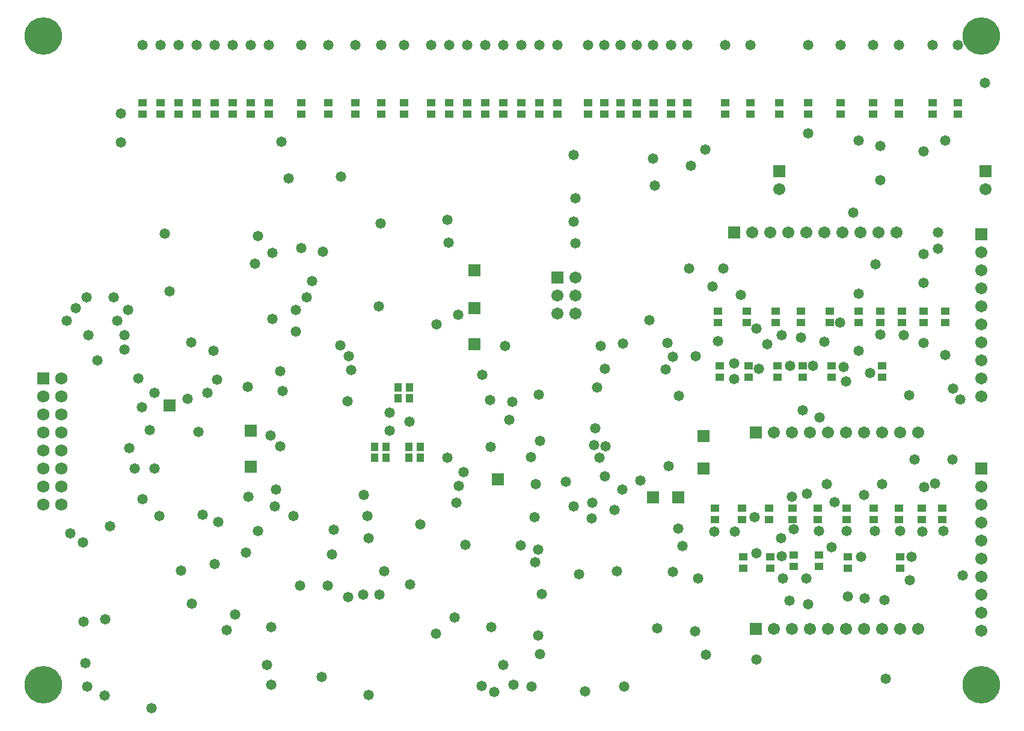
<source format=gbs>
G04*
G04 #@! TF.GenerationSoftware,Altium Limited,Altium Designer,22.3.1 (43)*
G04*
G04 Layer_Color=16711935*
%FSLAX25Y25*%
%MOIN*%
G70*
G04*
G04 #@! TF.SameCoordinates,60FF7B14-72D9-4FEE-8752-AF75FF6C3092*
G04*
G04*
G04 #@! TF.FilePolarity,Negative*
G04*
G01*
G75*
%ADD24R,0.03950X0.04540*%
%ADD26R,0.04540X0.03950*%
%ADD31R,0.06706X0.06706*%
%ADD32C,0.06706*%
%ADD33R,0.06706X0.06706*%
%ADD34C,0.06800*%
%ADD35R,0.06800X0.06800*%
%ADD36C,0.20800*%
%ADD37C,0.05800*%
D24*
X223150Y179000D02*
D03*
X216850D02*
D03*
Y185000D02*
D03*
X223150D02*
D03*
X203850Y152000D02*
D03*
X210150D02*
D03*
X203850Y146000D02*
D03*
X210150D02*
D03*
X229150Y152000D02*
D03*
X222850D02*
D03*
X229150Y146000D02*
D03*
X222850D02*
D03*
D26*
X527000Y336850D02*
D03*
Y343150D02*
D03*
X513000D02*
D03*
Y336850D02*
D03*
X494500D02*
D03*
Y343150D02*
D03*
X480000Y336850D02*
D03*
Y343150D02*
D03*
X444000Y336850D02*
D03*
Y343150D02*
D03*
X462000Y336850D02*
D03*
Y343150D02*
D03*
X428000Y336850D02*
D03*
Y343150D02*
D03*
X398000Y336850D02*
D03*
Y343150D02*
D03*
X412000Y336850D02*
D03*
Y343150D02*
D03*
X358500Y336850D02*
D03*
Y343150D02*
D03*
X377000Y336850D02*
D03*
Y343150D02*
D03*
X368000Y336850D02*
D03*
Y343150D02*
D03*
X349000Y336850D02*
D03*
Y343150D02*
D03*
X331000Y336850D02*
D03*
Y343150D02*
D03*
X322000Y336850D02*
D03*
Y343150D02*
D03*
X340000Y336850D02*
D03*
Y343150D02*
D03*
X245000Y336850D02*
D03*
Y343150D02*
D03*
X265000Y336850D02*
D03*
Y343150D02*
D03*
X255000Y336850D02*
D03*
Y343150D02*
D03*
X275000Y336850D02*
D03*
Y343150D02*
D03*
X305000Y336850D02*
D03*
Y343150D02*
D03*
X295000Y336850D02*
D03*
Y343150D02*
D03*
X285000Y336850D02*
D03*
Y343150D02*
D03*
X235000Y336850D02*
D03*
Y343150D02*
D03*
X163000Y336850D02*
D03*
Y343150D02*
D03*
X220000Y336850D02*
D03*
Y343150D02*
D03*
X178000D02*
D03*
Y336850D02*
D03*
X193000D02*
D03*
Y343150D02*
D03*
X207500Y336850D02*
D03*
Y343150D02*
D03*
X145000Y336850D02*
D03*
Y343150D02*
D03*
X135000Y336850D02*
D03*
Y343150D02*
D03*
X125000Y336850D02*
D03*
Y343150D02*
D03*
X115000Y336850D02*
D03*
Y343150D02*
D03*
X75000Y336850D02*
D03*
Y343150D02*
D03*
X105000Y336850D02*
D03*
Y343150D02*
D03*
X95000Y336850D02*
D03*
Y343150D02*
D03*
X85000Y336850D02*
D03*
Y343150D02*
D03*
X466000Y91150D02*
D03*
Y84850D02*
D03*
X436000Y92150D02*
D03*
Y85850D02*
D03*
X408000Y91150D02*
D03*
Y84850D02*
D03*
X423000Y91150D02*
D03*
Y84850D02*
D03*
X495000D02*
D03*
Y91150D02*
D03*
X450000Y92150D02*
D03*
Y85850D02*
D03*
X457000Y197150D02*
D03*
Y190850D02*
D03*
X485000D02*
D03*
Y197150D02*
D03*
X395000D02*
D03*
Y190850D02*
D03*
X441000Y197150D02*
D03*
Y190850D02*
D03*
X427000Y197150D02*
D03*
Y190850D02*
D03*
X411000Y197150D02*
D03*
Y190850D02*
D03*
X480575Y118150D02*
D03*
Y111850D02*
D03*
X465575Y118150D02*
D03*
Y111850D02*
D03*
X518575Y118150D02*
D03*
Y111850D02*
D03*
X494575Y118150D02*
D03*
Y111850D02*
D03*
X507075Y118150D02*
D03*
Y111850D02*
D03*
X407575Y118150D02*
D03*
Y111850D02*
D03*
X449575Y118150D02*
D03*
Y111850D02*
D03*
X435575Y118150D02*
D03*
Y111850D02*
D03*
X422575Y118150D02*
D03*
Y111850D02*
D03*
X392575Y118150D02*
D03*
Y111850D02*
D03*
X496000Y227550D02*
D03*
Y221250D02*
D03*
X484000Y227550D02*
D03*
Y221250D02*
D03*
X508000Y227550D02*
D03*
Y221250D02*
D03*
X520000Y227550D02*
D03*
Y221250D02*
D03*
X394000Y227550D02*
D03*
Y221250D02*
D03*
X426000Y227550D02*
D03*
Y221250D02*
D03*
X410000Y227550D02*
D03*
Y221250D02*
D03*
X440000Y227550D02*
D03*
Y221250D02*
D03*
X456000Y227550D02*
D03*
Y221250D02*
D03*
X472000Y227550D02*
D03*
Y221250D02*
D03*
D31*
X540000Y140000D02*
D03*
Y270000D02*
D03*
X305000Y246000D02*
D03*
D32*
X540000Y90000D02*
D03*
Y130000D02*
D03*
Y80000D02*
D03*
Y120000D02*
D03*
Y70000D02*
D03*
Y110000D02*
D03*
Y60000D02*
D03*
Y100000D02*
D03*
Y50000D02*
D03*
X465000Y160000D02*
D03*
X425000D02*
D03*
X475000D02*
D03*
X435000D02*
D03*
X485000D02*
D03*
X445000D02*
D03*
X495000D02*
D03*
X455000D02*
D03*
X505000D02*
D03*
X465000Y51000D02*
D03*
X425000D02*
D03*
X475000D02*
D03*
X435000D02*
D03*
X485000D02*
D03*
X445000D02*
D03*
X495000D02*
D03*
X455000D02*
D03*
X505000D02*
D03*
X540000Y220000D02*
D03*
Y260000D02*
D03*
Y210000D02*
D03*
Y250000D02*
D03*
Y200000D02*
D03*
Y240000D02*
D03*
Y190000D02*
D03*
Y230000D02*
D03*
Y180000D02*
D03*
X453000Y271000D02*
D03*
X413000D02*
D03*
X463000D02*
D03*
X423000D02*
D03*
X473000D02*
D03*
X433000D02*
D03*
X483000D02*
D03*
X443000D02*
D03*
X493000D02*
D03*
X542500Y295000D02*
D03*
X428000D02*
D03*
X315000Y226000D02*
D03*
X305000D02*
D03*
X315000Y236000D02*
D03*
X305000D02*
D03*
X315000Y246000D02*
D03*
D33*
X415000Y160000D02*
D03*
Y51000D02*
D03*
X403000Y271000D02*
D03*
X542500Y305000D02*
D03*
X428000D02*
D03*
X90000Y175000D02*
D03*
X259000Y250000D02*
D03*
Y209000D02*
D03*
Y229000D02*
D03*
X272000Y134000D02*
D03*
X135000Y161000D02*
D03*
Y141000D02*
D03*
X358000Y124000D02*
D03*
X372000D02*
D03*
X386000Y158000D02*
D03*
Y140000D02*
D03*
D34*
X30000Y120000D02*
D03*
Y130000D02*
D03*
Y140000D02*
D03*
Y150000D02*
D03*
Y160000D02*
D03*
Y170000D02*
D03*
Y180000D02*
D03*
X20000Y120000D02*
D03*
Y130000D02*
D03*
Y140000D02*
D03*
Y150000D02*
D03*
Y160000D02*
D03*
Y170000D02*
D03*
X30000Y190000D02*
D03*
X20000Y180000D02*
D03*
D35*
Y190000D02*
D03*
D36*
Y380000D02*
D03*
Y20000D02*
D03*
X540000D02*
D03*
Y380000D02*
D03*
D37*
X508000Y243000D02*
D03*
Y316000D02*
D03*
Y259000D02*
D03*
X484000Y300000D02*
D03*
Y319000D02*
D03*
X315000Y265000D02*
D03*
X359000Y297000D02*
D03*
X444000Y326000D02*
D03*
X314000Y277000D02*
D03*
X315000Y290000D02*
D03*
X472000Y237000D02*
D03*
X524000Y145000D02*
D03*
X516000Y271000D02*
D03*
Y262000D02*
D03*
X50000Y200000D02*
D03*
X57000Y108000D02*
D03*
X65000Y206000D02*
D03*
X102000Y210000D02*
D03*
X147000Y223000D02*
D03*
X65000Y214000D02*
D03*
X45000D02*
D03*
X160000Y216000D02*
D03*
X114500Y205600D02*
D03*
X169000Y244000D02*
D03*
X59000Y235000D02*
D03*
X90000Y238500D02*
D03*
X166000Y235000D02*
D03*
X44000D02*
D03*
X38000Y229000D02*
D03*
X33000Y222000D02*
D03*
X61000D02*
D03*
X160000Y228000D02*
D03*
X67000D02*
D03*
X42000Y99000D02*
D03*
X35000Y104000D02*
D03*
X185000Y302000D02*
D03*
X133500Y185500D02*
D03*
X133900Y124600D02*
D03*
X206000Y230000D02*
D03*
X207000Y276000D02*
D03*
X244000Y278000D02*
D03*
X139000Y269000D02*
D03*
X72661Y190000D02*
D03*
X100100Y178700D02*
D03*
X111000Y182000D02*
D03*
X276000Y208000D02*
D03*
X263500Y192000D02*
D03*
X329000Y208000D02*
D03*
X156000Y301000D02*
D03*
X379000Y308000D02*
D03*
X358000Y312000D02*
D03*
X469000Y282000D02*
D03*
X520000Y322000D02*
D03*
X378000Y251000D02*
D03*
X397000D02*
D03*
X391000Y241000D02*
D03*
X381800Y202400D02*
D03*
X472000Y322000D02*
D03*
X387000Y317000D02*
D03*
X542000Y354000D02*
D03*
X513000Y375000D02*
D03*
X527000D02*
D03*
X494500D02*
D03*
X480000D02*
D03*
X462000D02*
D03*
X444000D02*
D03*
X412000D02*
D03*
X398000D02*
D03*
X314000Y314000D02*
D03*
X377000Y375000D02*
D03*
X368000D02*
D03*
X358000D02*
D03*
X349000D02*
D03*
X340000D02*
D03*
X331000D02*
D03*
X322000D02*
D03*
X305000D02*
D03*
X295000D02*
D03*
X285000D02*
D03*
X275000D02*
D03*
X265000D02*
D03*
X255000D02*
D03*
X245000D02*
D03*
X235000D02*
D03*
X220000D02*
D03*
X207500D02*
D03*
X193000D02*
D03*
X178000D02*
D03*
X163000D02*
D03*
X63000Y337000D02*
D03*
X145000Y375000D02*
D03*
X135000D02*
D03*
X125000D02*
D03*
X115000D02*
D03*
X105000D02*
D03*
X95000D02*
D03*
X85000D02*
D03*
X75000D02*
D03*
X403000Y198500D02*
D03*
X485000Y131500D02*
D03*
X454500D02*
D03*
X174500Y24500D02*
D03*
X429500Y214000D02*
D03*
X481000Y105500D02*
D03*
X146500Y20000D02*
D03*
X180000Y92500D02*
D03*
X209200Y83000D02*
D03*
X117000Y110500D02*
D03*
X229000Y109000D02*
D03*
X200500Y101500D02*
D03*
X481500Y253500D02*
D03*
X403500Y105000D02*
D03*
X392000D02*
D03*
X503000Y145000D02*
D03*
X478500Y193000D02*
D03*
X465000Y188500D02*
D03*
X463700Y196550D02*
D03*
X249000Y121000D02*
D03*
X250500Y130500D02*
D03*
X292500Y113000D02*
D03*
X280000Y177000D02*
D03*
X278300Y167000D02*
D03*
X338000Y83000D02*
D03*
X317000Y81500D02*
D03*
X296500Y70500D02*
D03*
X151500Y152500D02*
D03*
X146000Y158500D02*
D03*
X484000Y214500D02*
D03*
X495000Y105500D02*
D03*
X519000D02*
D03*
X507500Y105000D02*
D03*
X429500Y91500D02*
D03*
X430000Y79000D02*
D03*
X500500Y78000D02*
D03*
X415450Y93000D02*
D03*
X450500Y168500D02*
D03*
X441000Y172500D02*
D03*
X200500Y14500D02*
D03*
X212000Y171000D02*
D03*
Y161000D02*
D03*
X327000Y185000D02*
D03*
X369052Y202203D02*
D03*
X365000Y195000D02*
D03*
X331500Y195600D02*
D03*
X341500Y209500D02*
D03*
X238200Y220000D02*
D03*
X326000Y162500D02*
D03*
X331718Y152300D02*
D03*
X290500Y146500D02*
D03*
X324000Y112500D02*
D03*
X314000Y119000D02*
D03*
X414500Y113000D02*
D03*
X443500Y126000D02*
D03*
X429000Y101500D02*
D03*
X415500Y34000D02*
D03*
X360500Y51500D02*
D03*
X320500Y16500D02*
D03*
X295500Y37000D02*
D03*
X294500Y47500D02*
D03*
X268500Y52000D02*
D03*
X80000Y7000D02*
D03*
X342000Y19000D02*
D03*
X270000Y16000D02*
D03*
X54000Y14000D02*
D03*
X43500Y32000D02*
D03*
X54500Y56500D02*
D03*
X42500Y55000D02*
D03*
X75000Y123000D02*
D03*
X108500Y114500D02*
D03*
X96500Y83500D02*
D03*
X189000Y68853D02*
D03*
X248000Y57500D02*
D03*
X275000Y31000D02*
D03*
X263000Y19500D02*
D03*
X126500Y59000D02*
D03*
X162451Y75000D02*
D03*
X177700D02*
D03*
X102500Y65000D02*
D03*
X197500Y70000D02*
D03*
X206500D02*
D03*
X223400Y75937D02*
D03*
X116500Y189500D02*
D03*
X148471Y119000D02*
D03*
X87500Y270500D02*
D03*
X63000Y321000D02*
D03*
X152000Y321500D02*
D03*
X81800Y182000D02*
D03*
X184700Y208300D02*
D03*
X189400Y202400D02*
D03*
X74600Y174000D02*
D03*
X152900Y183000D02*
D03*
X67600Y151400D02*
D03*
X158900Y113700D02*
D03*
X84300D02*
D03*
X137400Y253839D02*
D03*
X188700Y177400D02*
D03*
X149100Y128400D02*
D03*
X78970Y161500D02*
D03*
X199900Y113900D02*
D03*
X163000Y262300D02*
D03*
X175100Y260600D02*
D03*
X197600Y125327D02*
D03*
X139100Y105500D02*
D03*
X284600Y97400D02*
D03*
X444000Y64800D02*
D03*
X475500Y68000D02*
D03*
X372200Y106700D02*
D03*
X487000Y23400D02*
D03*
X294400Y95100D02*
D03*
X374312Y97000D02*
D03*
X501300Y91150D02*
D03*
X292900Y88000D02*
D03*
X433900Y66800D02*
D03*
X324300Y121100D02*
D03*
X475000Y125600D02*
D03*
X309700Y132800D02*
D03*
X403000Y189900D02*
D03*
X435000Y124300D02*
D03*
X44500Y19000D02*
D03*
X524400Y184400D02*
D03*
X528400Y178400D02*
D03*
X115200Y87100D02*
D03*
X443100Y79200D02*
D03*
X415400Y217800D02*
D03*
X280600Y20000D02*
D03*
X146400Y52100D02*
D03*
X421400Y209100D02*
D03*
X356000Y222500D02*
D03*
X294900Y181200D02*
D03*
X453000Y210400D02*
D03*
X268000Y152000D02*
D03*
X394000Y210700D02*
D03*
X372500Y180600D02*
D03*
X366000Y209800D02*
D03*
X387500Y36800D02*
D03*
X529700Y80900D02*
D03*
X290700Y19000D02*
D03*
X81600Y140000D02*
D03*
X106100Y160500D02*
D03*
X180942Y106000D02*
D03*
X253100Y138000D02*
D03*
X267650Y177950D02*
D03*
X366700Y141300D02*
D03*
X293100Y131400D02*
D03*
X331300Y135937D02*
D03*
X500000Y180850D02*
D03*
X514400Y131700D02*
D03*
X508300Y129700D02*
D03*
X458800Y121300D02*
D03*
X341100Y128500D02*
D03*
X132408Y93600D02*
D03*
X151500Y194000D02*
D03*
X70700Y140000D02*
D03*
X250100Y225300D02*
D03*
X190800Y194900D02*
D03*
X147200Y259800D02*
D03*
X466000Y69000D02*
D03*
X254150Y97700D02*
D03*
X369200Y82800D02*
D03*
X381500Y49700D02*
D03*
X295400Y155400D02*
D03*
X486300Y67000D02*
D03*
X436000Y106325D02*
D03*
X325400Y153100D02*
D03*
X351100Y133500D02*
D03*
X472000Y205500D02*
D03*
X383033Y79000D02*
D03*
X336600Y117100D02*
D03*
X328408Y146200D02*
D03*
X446700Y197150D02*
D03*
X434000D02*
D03*
X416700Y195550D02*
D03*
X473500Y91100D02*
D03*
X457200Y96300D02*
D03*
X144000Y31000D02*
D03*
X520000Y203000D02*
D03*
X508000Y209900D02*
D03*
X497000Y214200D02*
D03*
X461900Y221250D02*
D03*
X440000Y212900D02*
D03*
X465575Y105300D02*
D03*
X450000Y105600D02*
D03*
X121750Y50400D02*
D03*
X223100Y166000D02*
D03*
X406900Y236400D02*
D03*
X244000Y146000D02*
D03*
X244591Y265600D02*
D03*
X237679Y48500D02*
D03*
M02*

</source>
